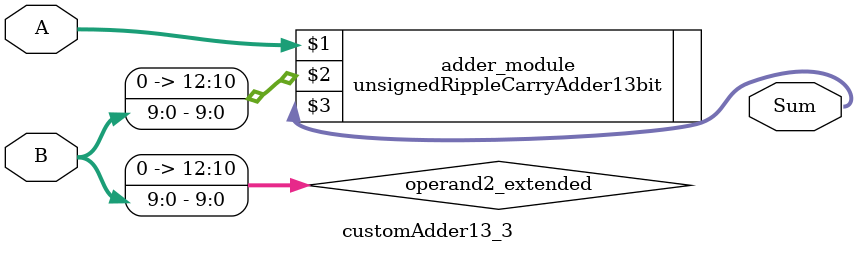
<source format=v>

module customAdder13_3(
                    input [12 : 0] A,
                    input [9 : 0] B,
                    
                    output [13 : 0] Sum
            );

    wire [12 : 0] operand2_extended;
    
    assign operand2_extended =  {3'b0, B};
    
    unsignedRippleCarryAdder13bit adder_module(
        A,
        operand2_extended,
        Sum
    );
    
endmodule
        
</source>
